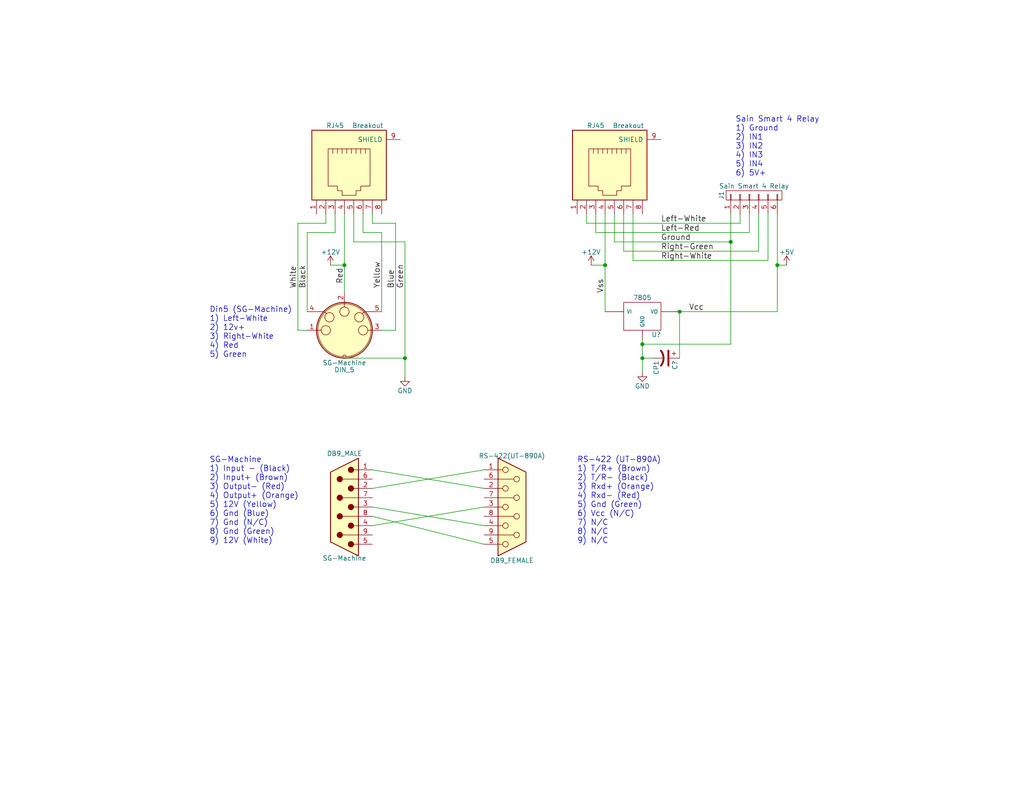
<source format=kicad_sch>
(kicad_sch (version 20230121) (generator eeschema)
  (paper "USLetter")
  (title_block (title "SG-Machine Adapter") (date "2018-01-14") (company "Out-of-Band Development, LLC") (comment 1 "Matthew Whited"))
  (lib_symbols
    (symbol "SG_Power-rescue:+12V" (power) (pin_names (offset 0))
      (property "Value" "+12V" (at 0 3.556 0))
      (symbol "+12V_0_1"
        (polyline (pts (xy -0.762 1.27) (xy 0 2.54)))
        (polyline (pts (xy 0 0) (xy 0 2.54)))
        (polyline (pts (xy 0 2.54) (xy 0.762 1.27)))
      )
      (symbol "+12V_1_1"
        (pin power_in line (at 0 0 90) (length 0) hide (name "+12V") (number "1"))
      )
    )
    (symbol "SG_Power-rescue:+5V" (power) (pin_names (offset 0))
      (property "Value" "+5V" (at 0 3.556 0))
      (symbol "+5V_0_1"
        (polyline (pts (xy -0.762 1.27) (xy 0 2.54)))
        (polyline (pts (xy 0 0) (xy 0 2.54)))
        (polyline (pts (xy 0 2.54) (xy 0.762 1.27)))
      )
      (symbol "+5V_1_1"
        (pin power_in line (at 0 0 90) (length 0) hide (name "+5V") (number "1"))
      )
    )
    (symbol "SG_Power-rescue:7805" (pin_numbers hide) (pin_names (offset 0.762))
      (property "Reference" "U" (at 3.81 -4.9784 0))
      (property "Value" "7805" (at 0 5.08 0))
      (symbol "7805_0_1"
        (rectangle (start -5.08 -3.81) (end 5.08 3.81))
      )
      (symbol "7805_1_1"
        (pin input line (at 0 -6.35 90) (length 2.54) (name "GND") (number "GND"))
        (pin input line (at -10.16 1.27 0) (length 5.08) (name "VI") (number "VI"))
        (pin power_out line (at 10.16 1.27 180) (length 5.08) (name "VO") (number "VO"))
      )
    )
    (symbol "SG_Power-rescue:CONN_01X06" (pin_names (offset 1.016) hide)
      (property "Reference" "J" (at 0 8.89 0))
      (property "Value" "CONN_01X06" (at 2.54 0 90))
      (symbol "CONN_01X06_0_1"
        (rectangle (start -1.27 -6.223) (end 0.254 -6.477))
        (rectangle (start -1.27 -3.683) (end 0.254 -3.937))
        (rectangle (start -1.27 -1.143) (end 0.254 -1.397))
        (rectangle (start -1.27 1.397) (end 0.254 1.143))
        (rectangle (start -1.27 3.937) (end 0.254 3.683))
        (rectangle (start -1.27 6.477) (end 0.254 6.223))
        (rectangle (start -1.27 7.62) (end 1.27 -7.62))
      )
      (symbol "CONN_01X06_1_1"
        (pin passive line (at -5.08 6.35 0) (length 3.81) (name "P1") (number "1"))
        (pin passive line (at -5.08 3.81 0) (length 3.81) (name "P2") (number "2"))
        (pin passive line (at -5.08 1.27 0) (length 3.81) (name "P3") (number "3"))
        (pin passive line (at -5.08 -1.27 0) (length 3.81) (name "P4") (number "4"))
        (pin passive line (at -5.08 -3.81 0) (length 3.81) (name "P5") (number "5"))
        (pin passive line (at -5.08 -6.35 0) (length 3.81) (name "P6") (number "6"))
      )
    )
    (symbol "SG_Power-rescue:CP1" (pin_numbers hide) (pin_names (offset 0.254) hide)
      (property "Reference" "C" (at 0.635 2.54 0))
      (property "Value" "CP1" (at 0.635 -2.54 0))
      (symbol "CP1_0_1"
        (polyline (pts (xy -2.032 0.762) (xy 2.032 0.762)) (stroke (width 0.508)))
        (polyline (pts (xy -1.778 2.286) (xy -0.762 2.286)))
        (polyline (pts (xy -1.27 1.778) (xy -1.27 2.794)))
        (arc (start 2.032 -1.27) (mid 0 -0.5572) (end -2.032 -1.27) (stroke (width 0.508)))
      )
      (symbol "CP1_1_1"
        (pin passive line (at 0 3.81 270) (length 2.794) (name "~") (number "1"))
        (pin passive line (at 0 -3.81 90) (length 3.302) (name "~") (number "2"))
      )
    )
    (symbol "SG_Power-rescue:DB9_FEMALE" (pin_names (offset 1.016) hide)
      (property "Reference" "J" (at 0 13.97 0))
      (property "Value" "DB9_FEMALE" (at 0 -14.605 0))
      (symbol "DB9_FEMALE_0_1"
        (circle (center -1.778 -10.16) (radius 0.762))
        (circle (center -1.778 -5.08) (radius 0.762))
        (circle (center -1.778 0) (radius 0.762))
        (circle (center -1.778 5.08) (radius 0.762))
        (circle (center -1.778 10.16) (radius 0.762))
        (polyline (pts (xy -3.81 -10.16) (xy -2.54 -10.16)))
        (polyline (pts (xy -3.81 -7.62) (xy 0.508 -7.62)))
        (polyline (pts (xy -3.81 -5.08) (xy -2.54 -5.08)))
        (polyline (pts (xy -3.81 -2.54) (xy 0.508 -2.54)))
        (polyline (pts (xy -3.81 0) (xy -2.54 0)))
        (polyline (pts (xy -3.81 2.54) (xy 0.508 2.54)))
        (polyline (pts (xy -3.81 5.08) (xy -2.54 5.08)))
        (polyline (pts (xy -3.81 7.62) (xy 0.508 7.62)))
        (polyline (pts (xy -3.81 10.16) (xy -2.54 10.16)))
        (polyline (pts (xy -3.81 13.335) (xy -3.81 -13.335) (xy 3.81 -9.525) (xy 3.81 9.525) (xy -3.81 13.335)) (stroke (width 0.254)) (fill (type background)))
        (circle (center 1.27 -7.62) (radius 0.762))
        (circle (center 1.27 -2.54) (radius 0.762))
        (circle (center 1.27 2.54) (radius 0.762))
        (circle (center 1.27 7.62) (radius 0.762))
      )
      (symbol "DB9_FEMALE_1_1"
        (pin passive line (at -7.62 10.16 0) (length 3.81) (name "1") (number "1"))
        (pin passive line (at -7.62 5.08 0) (length 3.81) (name "2") (number "2"))
        (pin passive line (at -7.62 0 0) (length 3.81) (name "3") (number "3"))
        (pin passive line (at -7.62 -5.08 0) (length 3.81) (name "4") (number "4"))
        (pin passive line (at -7.62 -10.16 0) (length 3.81) (name "5") (number "5"))
        (pin passive line (at -7.62 7.62 0) (length 3.81) (name "6") (number "6"))
        (pin passive line (at -7.62 2.54 0) (length 3.81) (name "7") (number "7"))
        (pin passive line (at -7.62 -2.54 0) (length 3.81) (name "8") (number "8"))
        (pin passive line (at -7.62 -7.62 0) (length 3.81) (name "9") (number "9"))
      )
    )
    (symbol "SG_Power-rescue:DB9_MALE" (pin_names (offset 1.016) hide)
      (property "Reference" "J" (at 0 13.97 0))
      (property "Value" "DB9_MALE" (at 0 -14.605 0))
      (symbol "DB9_MALE_0_1"
        (circle (center -1.778 -10.16) (radius 0.762) (fill (type outline)))
        (circle (center -1.778 -5.08) (radius 0.762) (fill (type outline)))
        (circle (center -1.778 0) (radius 0.762) (fill (type outline)))
        (circle (center -1.778 5.08) (radius 0.762) (fill (type outline)))
        (circle (center -1.778 10.16) (radius 0.762) (fill (type outline)))
        (polyline (pts (xy -3.81 -10.16) (xy -2.54 -10.16)))
        (polyline (pts (xy -3.81 -7.62) (xy 0.508 -7.62)))
        (polyline (pts (xy -3.81 -5.08) (xy -2.54 -5.08)))
        (polyline (pts (xy -3.81 -2.54) (xy 0.508 -2.54)))
        (polyline (pts (xy -3.81 0) (xy -2.54 0)))
        (polyline (pts (xy -3.81 2.54) (xy 0.508 2.54)))
        (polyline (pts (xy -3.81 5.08) (xy -2.54 5.08)))
        (polyline (pts (xy -3.81 7.62) (xy 0.508 7.62)))
        (polyline (pts (xy -3.81 10.16) (xy -2.54 10.16)))
        (polyline (pts (xy -3.81 -13.335) (xy -3.81 13.335) (xy 3.81 9.525) (xy 3.81 -9.525) (xy -3.81 -13.335)) (stroke (width 0.254)) (fill (type background)))
        (circle (center 1.27 -7.62) (radius 0.762) (fill (type outline)))
        (circle (center 1.27 -2.54) (radius 0.762) (fill (type outline)))
        (circle (center 1.27 2.54) (radius 0.762) (fill (type outline)))
        (circle (center 1.27 7.62) (radius 0.762) (fill (type outline)))
      )
      (symbol "DB9_MALE_1_1"
        (pin passive line (at -7.62 -10.16 0) (length 3.81) (name "1") (number "1"))
        (pin passive line (at -7.62 -5.08 0) (length 3.81) (name "2") (number "2"))
        (pin passive line (at -7.62 0 0) (length 3.81) (name "3") (number "3"))
        (pin passive line (at -7.62 5.08 0) (length 3.81) (name "4") (number "4"))
        (pin passive line (at -7.62 10.16 0) (length 3.81) (name "5") (number "5"))
        (pin passive line (at -7.62 -7.62 0) (length 3.81) (name "6") (number "6"))
        (pin passive line (at -7.62 -2.54 0) (length 3.81) (name "7") (number "7"))
        (pin passive line (at -7.62 2.54 0) (length 3.81) (name "8") (number "8"))
        (pin passive line (at -7.62 7.62 0) (length 3.81) (name "9") (number "9"))
      )
    )
    (symbol "SG_Power-rescue:DIN_5" (pin_names (offset 1.016) hide)
      (property "Reference" "J" (at 0 -8.89 0))
      (property "Value" "DIN_5" (at 0 -10.795 0))
      (symbol "DIN_5_0_1"
        (circle (center -5.08 0) (radius 1.27))
        (circle (center -4.0894 3.556) (radius 1.27))
        (polyline (pts (xy -7.62 5.08) (xy -5.588 5.08)))
        (polyline (pts (xy -6.35 0) (xy -7.62 0)))
        (polyline (pts (xy -5.588 5.08) (xy -4.826 4.572)))
        (polyline (pts (xy 0 6.35) (xy 0 7.62)))
        (polyline (pts (xy 5.5626 5.08) (xy 4.826 4.572)))
        (polyline (pts (xy 6.35 0) (xy 7.62 0)))
        (polyline (pts (xy 7.62 5.08) (xy 5.5626 5.08)))
        (circle (center 0 0) (radius 7.2644))
        (circle (center 0 0) (radius 7.62) (stroke (width 0.254)) (fill (type background)))
        (circle (center 0 5.08) (radius 1.27))
        (arc (start 0.4572 -7.2136) (mid 0 -6.7583) (end -0.4572 -7.2136))
        (circle (center 4.0386 3.556) (radius 1.27))
        (circle (center 5.08 0) (radius 1.27))
      )
      (symbol "DIN_5_1_1"
        (pin passive line (at -10.16 0 0) (length 2.54) (name "1") (number "1"))
        (pin passive line (at 0 10.16 270) (length 2.54) (name "2") (number "2"))
        (pin passive line (at 10.16 0 180) (length 2.54) (name "3") (number "3"))
        (pin passive line (at -10.16 5.08 0) (length 2.54) (name "4") (number "4"))
        (pin passive line (at 10.16 5.08 180) (length 2.54) (name "5") (number "5"))
      )
    )
    (symbol "SG_Power-rescue:GND" (power) (pin_names (offset 0))
      (property "Value" "GND" (at 0 -3.81 0))
      (symbol "GND_0_1"
        (polyline (pts (xy 0 0) (xy 0 -1.27) (xy 1.27 -1.27) (xy 0 -2.54) (xy -1.27 -1.27) (xy 0 -1.27)))
      )
      (symbol "GND_1_1"
        (pin power_in line (at 0 0 270) (length 0) hide (name "GND") (number "1"))
      )
    )
    (symbol "SG_Power-rescue:RJ45" (pin_names (offset 1.016))
      (property "Reference" "J" (at 5.08 12.7 0))
      (property "Value" "RJ45" (at -3.81 12.7 0))
      (symbol "RJ45_0_1"
        (rectangle (start -10.16 -7.62) (end 10.16 11.43) (stroke (width 0.254)) (fill (type background)))
        (polyline (pts (xy -4.445 5.08) (xy -4.445 6.35) (xy -4.445 6.35)))
        (polyline (pts (xy -3.175 6.35) (xy -3.175 5.08) (xy -3.175 5.08)))
        (polyline (pts (xy -1.905 6.35) (xy -1.905 5.08) (xy -1.905 5.08)))
        (polyline (pts (xy -0.635 6.35) (xy -0.635 5.08) (xy -0.635 5.08)))
        (polyline (pts (xy 0.635 6.35) (xy 0.635 5.08) (xy 0.635 5.08)))
        (polyline (pts (xy 1.905 6.35) (xy 1.905 5.08) (xy 1.905 5.08)))
        (polyline (pts (xy 3.175 5.08) (xy 3.175 6.35) (xy 3.175 6.35)))
        (polyline (pts (xy 4.445 5.08) (xy 4.445 6.35) (xy 4.445 6.35)))
        (polyline (pts (xy -5.715 6.35) (xy 5.715 6.35) (xy 5.715 -3.81) (xy 3.175 -3.81) (xy 3.175 -5.08) (xy 1.905 -5.08) (xy 1.905 -6.35) (xy -1.905 -6.35) (xy -1.905 -5.08) (xy -3.175 -5.08) (xy -3.175 -3.81) (xy -5.715 -3.81) (xy -5.715 6.35) (xy -5.715 6.35)))
      )
      (symbol "RJ45_1_1"
        (pin passive line (at -8.89 -11.43 90) (length 3.81) (name "~") (number "1"))
        (pin passive line (at -6.35 -11.43 90) (length 3.81) (name "~") (number "2"))
        (pin passive line (at -3.81 -11.43 90) (length 3.81) (name "~") (number "3"))
        (pin passive line (at -1.27 -11.43 90) (length 3.81) (name "~") (number "4"))
        (pin passive line (at 1.27 -11.43 90) (length 3.81) (name "~") (number "5"))
        (pin passive line (at 3.81 -11.43 90) (length 3.81) (name "~") (number "6"))
        (pin passive line (at 6.35 -11.43 90) (length 3.81) (name "~") (number "7"))
        (pin passive line (at 8.89 -11.43 90) (length 3.81) (name "~") (number "8"))
        (pin passive line (at 13.97 8.89 180) (length 3.81) (name "SHIELD") (number "9"))
      )
    )
  )
  (junction (at 199.39 66.04))
  (junction (at 212.09 72.39))
  (junction (at 185.42 85.09))
  (junction (at 110.49 97.79))
  (junction (at 93.98 72.39))
  (junction (at 175.26 93.98))
  (junction (at 165.1 72.39))
  (junction (at 175.26 97.79))
  (wire (pts (xy 214.63 72.39) (xy 212.09 72.39)))
  (wire (pts (xy 172.72 71.12) (xy 209.55 71.12)))
  (wire (pts (xy 204.47 63.5) (xy 204.47 58.42)))
  (wire (pts (xy 101.6 60.96) (xy 101.6 58.42)))
  (wire (pts (xy 162.56 63.5) (xy 204.47 63.5)))
  (wire (pts (xy 172.72 58.42) (xy 172.72 71.12)))
  (wire (pts (xy 101.6 128.27) (xy 132.08 133.35)))
  (wire (pts (xy 81.28 90.17) (xy 83.82 90.17)))
  (wire (pts (xy 81.28 60.96) (xy 81.28 90.17)))
  (wire (pts (xy 161.29 72.39) (xy 165.1 72.39)))
  (wire (pts (xy 83.82 85.09) (xy 83.82 63.5)))
  (wire (pts (xy 83.82 63.5) (xy 91.44 63.5)))
  (wire (pts (xy 99.06 63.5) (xy 99.06 58.42)))
  (wire (pts (xy 170.18 58.42) (xy 170.18 68.58)))
  (wire (pts (xy 212.09 72.39) (xy 212.09 58.42)))
  (wire (pts (xy 167.64 58.42) (xy 167.64 66.04)))
  (wire (pts (xy 110.49 97.79) (xy 110.49 102.87)))
  (wire (pts (xy 93.98 72.39) (xy 93.98 58.42)))
  (wire (pts (xy 88.9 58.42) (xy 88.9 60.96)))
  (wire (pts (xy 165.1 58.42) (xy 165.1 72.39)))
  (wire (pts (xy 201.93 60.96) (xy 201.93 58.42)))
  (wire (pts (xy 212.09 85.09) (xy 212.09 72.39)))
  (wire (pts (xy 167.64 66.04) (xy 199.39 66.04)))
  (wire (pts (xy 91.44 63.5) (xy 91.44 58.42)))
  (wire (pts (xy 88.9 60.96) (xy 81.28 60.96)))
  (wire (pts (xy 175.26 93.98) (xy 175.26 97.79)))
  (wire (pts (xy 177.8 97.79) (xy 175.26 97.79)))
  (wire (pts (xy 96.52 58.42) (xy 96.52 66.04)))
  (wire (pts (xy 101.6 143.51) (xy 132.08 138.43)))
  (wire (pts (xy 104.14 90.17) (xy 107.95 90.17)))
  (wire (pts (xy 162.56 58.42) (xy 162.56 63.5)))
  (wire (pts (xy 104.14 63.5) (xy 99.06 63.5)))
  (wire (pts (xy 207.01 68.58) (xy 207.01 58.42)))
  (wire (pts (xy 175.26 92.71) (xy 175.26 93.98)))
  (wire (pts (xy 199.39 66.04) (xy 199.39 93.98)))
  (wire (pts (xy 165.1 72.39) (xy 165.1 85.09)))
  (wire (pts (xy 160.02 60.96) (xy 201.93 60.96)))
  (wire (pts (xy 104.14 85.09) (xy 104.14 63.5)))
  (wire (pts (xy 107.95 60.96) (xy 101.6 60.96)))
  (wire (pts (xy 96.52 66.04) (xy 110.49 66.04)))
  (wire (pts (xy 101.6 133.35) (xy 132.08 128.27)))
  (wire (pts (xy 199.39 58.42) (xy 199.39 66.04)))
  (wire (pts (xy 101.6 140.97) (xy 132.08 148.59)))
  (wire (pts (xy 90.17 72.39) (xy 93.98 72.39)))
  (wire (pts (xy 93.98 97.79) (xy 110.49 97.79)))
  (wire (pts (xy 170.18 68.58) (xy 207.01 68.58)))
  (wire (pts (xy 209.55 71.12) (xy 209.55 58.42)))
  (wire (pts (xy 110.49 66.04) (xy 110.49 97.79)))
  (wire (pts (xy 93.98 80.01) (xy 93.98 72.39)))
  (wire (pts (xy 185.42 85.09) (xy 212.09 85.09)))
  (wire (pts (xy 160.02 58.42) (xy 160.02 60.96)))
  (wire (pts (xy 107.95 90.17) (xy 107.95 60.96)))
  (wire (pts (xy 199.39 93.98) (xy 175.26 93.98)))
  (wire (pts (xy 185.42 97.79) (xy 185.42 85.09)))
  (wire (pts (xy 175.26 97.79) (xy 175.26 101.6)))
  (wire (pts (xy 101.6 138.43) (xy 132.08 143.51)))
  (text "Din5 (SG-Machine)\n1) Left-White\n2) 12v+\n3) Right-White\n4) Red\n5) Green" (at 57.15 97.79 0) (effects (font (size 1.524 1.524)) (justify left bottom)))
  (text "Sain Smart 4 Relay\n1) Ground\n2) IN1\n3) IN2\n4) IN3\n5) IN4\n6) 5V+" (at 200.66 48.26 0) (effects (font (size 1.524 1.524)) (justify left bottom)))
  (text "SG-Machine\n1) Input - (Black)\n2) Input+ (Brown)\n3) Output- (Red)\n4) Output+ (Orange)\n5) 12V (Yellow)\n6) Gnd (Blue)\n7) Gnd (N/C)\n8) Gnd (Green)\n9) 12V (White)" (at 57.15 148.59 0) (effects (font (size 1.524 1.524)) (justify left bottom)))
  (text "RS-422 (UT-890A)\n1) T/R+ (Brown)\n2) T/R- (Black)\n3) Rxd+ (Orange)\n4) Rxd- (Red)\n5) Gnd (Green)\n6) Vcc (N/C)\n7) N/C\n8) N/C\n9) N/C" (at 157.48 148.59 0) (effects (font (size 1.524 1.524)) (justify left bottom)))
  (label "Green" (at 110.49 78.74 90) (effects (font (size 1.524 1.524))))
  (label "Right-White" (at 180.34 71.12 0) (effects (font (size 1.524 1.524))))
  (label "Red" (at 93.98 77.47 90) (effects (font (size 1.524 1.524))))
  (label "Vcc" (at 187.96 85.09 0) (effects (font (size 1.524 1.524))))
  (label "Vss" (at 165.1 80.01 90) (effects (font (size 1.524 1.524))))
  (label "Ground" (at 180.34 66.04 0) (effects (font (size 1.524 1.524))))
  (label "Left-Red" (at 180.34 63.5 0) (effects (font (size 1.524 1.524))))
  (label "Right-Green" (at 180.34 68.58 0) (effects (font (size 1.524 1.524))))
  (label "Black" (at 83.82 78.74 90) (effects (font (size 1.524 1.524))))
  (label "White" (at 81.28 78.74 90) (effects (font (size 1.524 1.524))))
  (label "Left-White" (at 180.34 60.96 0) (effects (font (size 1.524 1.524))))
  (label "Blue" (at 107.95 78.74 90) (effects (font (size 1.524 1.524))))
  (label "Yellow" (at 104.14 78.74 90) (effects (font (size 1.524 1.524))))
  (symbol (lib_id "SG_Power-rescue:DIN_5") (at 93.98 90.17 0) (unit 1)
    (property "Reference" "SG-Machine" (at 93.98 99.06 0))
    (property "Value" "DIN_5" (at 93.98 100.965 0))
  )
  (symbol (lib_id "SG_Power-rescue:7805") (at 175.26 86.36 0) (unit 1)
    (property "Reference" "U?" (at 179.07 91.3384 0))
    (property "Value" "7805" (at 175.26 81.28 0))
  )
  (symbol (lib_id "SG_Power-rescue:CP1") (at 181.61 97.79 270) (unit 1)
    (property "Reference" "C?" (at 184.15 98.425 0) (effects (justify left)))
    (property "Value" "CP1" (at 179.07 98.425 0) (effects (justify left)))
  )
  (symbol (lib_id "SG_Power-rescue:RJ45") (at 95.25 46.99 0) (unit 1)
    (property "Reference" "Breakout" (at 100.33 34.29 0))
    (property "Value" "RJ45" (at 91.44 34.29 0))
  )
  (symbol (lib_id "SG_Power-rescue:RJ45") (at 166.37 46.99 0) (unit 1)
    (property "Reference" "Breakout" (at 171.45 34.29 0))
    (property "Value" "RJ45" (at 162.56 34.29 0))
  )
  (symbol (lib_id "SG_Power-rescue:CONN_01X06") (at 205.74 53.34 90) (unit 1)
    (property "Reference" "J1" (at 196.85 53.34 0))
    (property "Value" "Sain Smart 4 Relay" (at 205.74 50.8 90))
  )
  (symbol (lib_id "SG_Power-rescue:GND") (at 110.49 102.87 0) (unit 1)
    (property "Reference" "#PWR?" (effects hide))
    (property "Value" "GND" (at 110.49 106.68 0))
  )
  (symbol (lib_id "SG_Power-rescue:GND") (at 175.26 101.6 0) (unit 1)
    (property "Reference" "#PWR?" (effects hide))
    (property "Value" "GND" (at 175.26 105.41 0))
  )
  (symbol (lib_id "SG_Power-rescue:+12V") (at 90.17 72.39 0) (unit 1)
    (property "Reference" "#PWR?" (effects hide))
    (property "Value" "+12V" (at 90.17 68.834 0))
  )
  (symbol (lib_id "SG_Power-rescue:+12V") (at 161.29 72.39 0) (unit 1)
    (property "Reference" "#PWR?" (effects hide))
    (property "Value" "+12V" (at 161.29 68.834 0))
  )
  (symbol (lib_id "SG_Power-rescue:+5V") (at 214.63 72.39 0) (unit 1)
    (property "Reference" "#PWR?" (effects hide))
    (property "Value" "+5V" (at 214.63 68.834 0))
  )
  (symbol (lib_id "SG_Power-rescue:DB9_FEMALE") (at 139.7 138.43 0) (unit 1)
    (property "Reference" "RS-422(UT-890A)" (at 139.7 124.46 0))
    (property "Value" "DB9_FEMALE" (at 139.7 153.035 0))
  )
  (symbol (lib_id "SG_Power-rescue:DB9_MALE") (at 93.98 138.43 180) (unit 1)
    (property "Reference" "SG-Machine" (at 93.98 152.4 0))
    (property "Value" "DB9_MALE" (at 93.98 123.825 0))
  )
)
</source>
